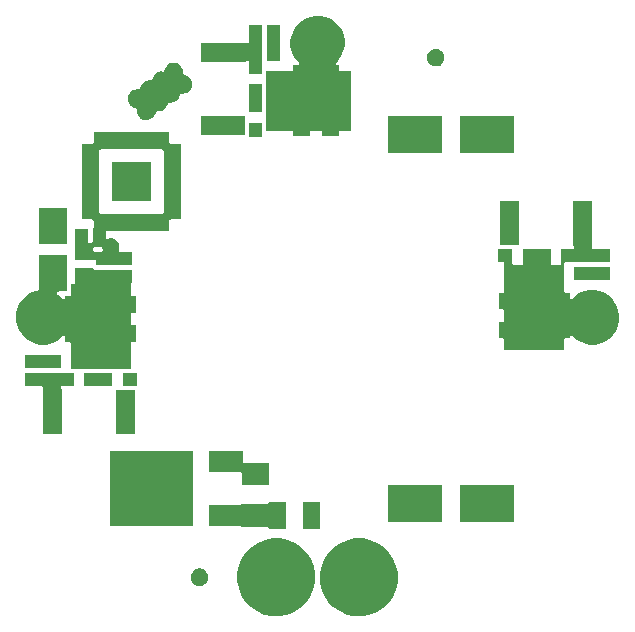
<source format=gbr>
G04 #@! TF.FileFunction,Soldermask,Top*
%FSLAX46Y46*%
G04 Gerber Fmt 4.6, Leading zero omitted, Abs format (unit mm)*
G04 Created by KiCad (PCBNEW 4.0.7) date 03/16/20 11:51:46*
%MOMM*%
%LPD*%
G01*
G04 APERTURE LIST*
%ADD10C,0.100000*%
G04 APERTURE END LIST*
D10*
G36*
X-3153414Y-18702450D02*
X-2519520Y-18832571D01*
X-1922967Y-19083338D01*
X-1386485Y-19445200D01*
X-930507Y-19904373D01*
X-572400Y-20443366D01*
X-325803Y-21041656D01*
X-200317Y-21675406D01*
X-200317Y-21675442D01*
X-200119Y-21676444D01*
X-210439Y-22415568D01*
X-210667Y-22416570D01*
X-210667Y-22416601D01*
X-353799Y-23046600D01*
X-617004Y-23637768D01*
X-990022Y-24166555D01*
X-1458645Y-24612819D01*
X-2005017Y-24959556D01*
X-2608343Y-25193572D01*
X-3245621Y-25305941D01*
X-3892592Y-25292388D01*
X-4524614Y-25153430D01*
X-5117602Y-24894360D01*
X-5648978Y-24525044D01*
X-6098503Y-24059547D01*
X-6449049Y-23515605D01*
X-6687266Y-22913937D01*
X-6804085Y-22277449D01*
X-6795049Y-21630403D01*
X-6660506Y-20997426D01*
X-6405583Y-20402645D01*
X-6039983Y-19868699D01*
X-5577640Y-19415940D01*
X-5036158Y-19061605D01*
X-4436160Y-18819190D01*
X-3800511Y-18697933D01*
X-3153414Y-18702450D01*
X-3153414Y-18702450D01*
G37*
G36*
X3846586Y-18702450D02*
X4480480Y-18832571D01*
X5077033Y-19083338D01*
X5613515Y-19445200D01*
X6069493Y-19904373D01*
X6427600Y-20443366D01*
X6674197Y-21041656D01*
X6799683Y-21675406D01*
X6799683Y-21675442D01*
X6799881Y-21676444D01*
X6789561Y-22415568D01*
X6789333Y-22416570D01*
X6789333Y-22416601D01*
X6646201Y-23046600D01*
X6382996Y-23637768D01*
X6009978Y-24166555D01*
X5541355Y-24612819D01*
X4994983Y-24959556D01*
X4391657Y-25193572D01*
X3754379Y-25305941D01*
X3107408Y-25292388D01*
X2475386Y-25153430D01*
X1882398Y-24894360D01*
X1351022Y-24525044D01*
X901497Y-24059547D01*
X550951Y-23515605D01*
X312734Y-22913937D01*
X195915Y-22277449D01*
X204951Y-21630403D01*
X339494Y-20997426D01*
X594417Y-20402645D01*
X960017Y-19868699D01*
X1422360Y-19415940D01*
X1963842Y-19061605D01*
X2563840Y-18819190D01*
X3199489Y-18697933D01*
X3846586Y-18702450D01*
X3846586Y-18702450D01*
G37*
G36*
X-9921224Y-21250492D02*
X-9777147Y-21280067D01*
X-9641553Y-21337065D01*
X-9519614Y-21419314D01*
X-9415974Y-21523681D01*
X-9334580Y-21646188D01*
X-9278529Y-21782178D01*
X-9250166Y-21925420D01*
X-9250167Y-21925456D01*
X-9249968Y-21926459D01*
X-9252314Y-22094455D01*
X-9252540Y-22095452D01*
X-9252541Y-22095488D01*
X-9284892Y-22237881D01*
X-9344718Y-22372252D01*
X-9429502Y-22492441D01*
X-9536017Y-22593874D01*
X-9660204Y-22672685D01*
X-9797332Y-22725874D01*
X-9942181Y-22751415D01*
X-10089232Y-22748334D01*
X-10232887Y-22716750D01*
X-10367665Y-22657866D01*
X-10488447Y-22573921D01*
X-10590620Y-22468118D01*
X-10670297Y-22344485D01*
X-10724441Y-22207732D01*
X-10750993Y-22063060D01*
X-10748939Y-21915994D01*
X-10718359Y-21772125D01*
X-10660416Y-21636934D01*
X-10577318Y-21515571D01*
X-10472231Y-21412663D01*
X-10349158Y-21332126D01*
X-10212782Y-21277027D01*
X-10068303Y-21249466D01*
X-9921224Y-21250492D01*
X-9921224Y-21250492D01*
G37*
G36*
X250000Y-17900000D02*
X-1250000Y-17900000D01*
X-1250000Y-15600000D01*
X250000Y-15600000D01*
X250000Y-17900000D01*
X250000Y-17900000D01*
G37*
G36*
X-2650000Y-17900000D02*
X-4150000Y-17900000D01*
X-4150000Y-17850000D01*
X-4155939Y-17808211D01*
X-4173284Y-17769731D01*
X-4200663Y-17737607D01*
X-4235908Y-17714382D01*
X-4276228Y-17701896D01*
X-4300000Y-17700000D01*
X-6440101Y-17700000D01*
X-6450663Y-17687607D01*
X-6485908Y-17664382D01*
X-6526228Y-17651896D01*
X-6550000Y-17650000D01*
X-9150000Y-17650000D01*
X-9150000Y-15850000D01*
X-6550000Y-15850000D01*
X-6508211Y-15844061D01*
X-6469731Y-15826716D01*
X-6438385Y-15800000D01*
X-4300000Y-15800000D01*
X-4258211Y-15794061D01*
X-4219731Y-15776716D01*
X-4187607Y-15749337D01*
X-4164382Y-15714092D01*
X-4151896Y-15673772D01*
X-4150000Y-15650000D01*
X-4150000Y-15600000D01*
X-2650000Y-15600000D01*
X-2650000Y-17900000D01*
X-2650000Y-17900000D01*
G37*
G36*
X-10550000Y-17670000D02*
X-17550000Y-17670000D01*
X-17550000Y-11270000D01*
X-10550000Y-11270000D01*
X-10550000Y-17670000D01*
X-10550000Y-17670000D01*
G37*
G36*
X10550000Y-17300000D02*
X5950000Y-17300000D01*
X5950000Y-14200000D01*
X10550000Y-14200000D01*
X10550000Y-17300000D01*
X10550000Y-17300000D01*
G37*
G36*
X16650000Y-17300000D02*
X12050000Y-17300000D01*
X12050000Y-14200000D01*
X16650000Y-14200000D01*
X16650000Y-17300000D01*
X16650000Y-17300000D01*
G37*
G36*
X-6350000Y-12150000D02*
X-6344061Y-12191789D01*
X-6326716Y-12230269D01*
X-6299337Y-12262393D01*
X-6264092Y-12285618D01*
X-6223772Y-12298104D01*
X-6200000Y-12300000D01*
X-4100000Y-12300000D01*
X-4100000Y-14200000D01*
X-6400000Y-14200000D01*
X-6400000Y-13240000D01*
X-6405939Y-13198211D01*
X-6423284Y-13159731D01*
X-6450663Y-13127607D01*
X-6485908Y-13104382D01*
X-6526228Y-13091896D01*
X-6550000Y-13090000D01*
X-9150000Y-13090000D01*
X-9150000Y-11290000D01*
X-6350000Y-11290000D01*
X-6350000Y-12150000D01*
X-6350000Y-12150000D01*
G37*
G36*
X-21664092Y-4710618D02*
X-21623772Y-4723104D01*
X-21600000Y-4725000D01*
X-20650000Y-4725000D01*
X-20650000Y-5775000D01*
X-21600000Y-5775000D01*
X-21641789Y-5780939D01*
X-21680269Y-5798284D01*
X-21712393Y-5825663D01*
X-21735618Y-5860908D01*
X-21748104Y-5901228D01*
X-21750000Y-5925000D01*
X-21750000Y-5950000D01*
X-21744061Y-5991789D01*
X-21726716Y-6030269D01*
X-21699337Y-6062393D01*
X-21664092Y-6085618D01*
X-21650000Y-6089982D01*
X-21650000Y-9900000D01*
X-23250000Y-9900000D01*
X-23250000Y-5950000D01*
X-23255939Y-5908211D01*
X-23273284Y-5869731D01*
X-23300663Y-5837607D01*
X-23335908Y-5814382D01*
X-23376228Y-5801896D01*
X-23400000Y-5800000D01*
X-24750000Y-5800000D01*
X-24750000Y-4700000D01*
X-21680205Y-4700000D01*
X-21664092Y-4710618D01*
X-21664092Y-4710618D01*
G37*
G36*
X-15450000Y-9900000D02*
X-17050000Y-9900000D01*
X-17050000Y-6100000D01*
X-15450000Y-6100000D01*
X-15450000Y-9900000D01*
X-15450000Y-9900000D01*
G37*
G36*
X-15300000Y-5775000D02*
X-16500000Y-5775000D01*
X-16500000Y-4725000D01*
X-15300000Y-4725000D01*
X-15300000Y-5775000D01*
X-15300000Y-5775000D01*
G37*
G36*
X-17400000Y-5775000D02*
X-19750000Y-5775000D01*
X-19750000Y-4725000D01*
X-17400000Y-4725000D01*
X-17400000Y-5775000D01*
X-17400000Y-5775000D01*
G37*
G36*
X-21200000Y2200000D02*
X-21907300Y2200000D01*
X-21949089Y2194061D01*
X-21987569Y2176716D01*
X-22019693Y2149337D01*
X-22042918Y2114092D01*
X-22055404Y2073772D01*
X-22056163Y2031570D01*
X-22045135Y1990827D01*
X-22023193Y1954770D01*
X-21991179Y1925645D01*
X-21776670Y1780956D01*
X-21601436Y1604495D01*
X-21567776Y1579027D01*
X-21528353Y1563945D01*
X-21486290Y1560443D01*
X-21444916Y1568798D01*
X-21407508Y1588349D01*
X-21377028Y1617547D01*
X-21355889Y1654081D01*
X-21345000Y1710190D01*
X-21345000Y1790000D01*
X-21020000Y1790000D01*
X-20978211Y1795939D01*
X-20939731Y1813284D01*
X-20907607Y1840663D01*
X-20884382Y1875908D01*
X-20871896Y1916228D01*
X-20870000Y1940000D01*
X-20870000Y2795000D01*
X-20650000Y2795000D01*
X-20608211Y2800939D01*
X-20569731Y2818284D01*
X-20537607Y2845663D01*
X-20514382Y2880908D01*
X-20501896Y2921228D01*
X-20500000Y2945000D01*
X-20500000Y4200000D01*
X-19000000Y4200000D01*
X-18994061Y4158211D01*
X-18976716Y4119731D01*
X-18949337Y4087607D01*
X-18914092Y4064382D01*
X-18873772Y4051896D01*
X-18850000Y4050000D01*
X-15750000Y4050000D01*
X-15750000Y2926837D01*
X-15750269Y2926716D01*
X-15782393Y2899337D01*
X-15805618Y2864092D01*
X-15818104Y2823772D01*
X-15820000Y2800000D01*
X-15820000Y1940000D01*
X-15814061Y1898211D01*
X-15796716Y1859731D01*
X-15769337Y1827607D01*
X-15734092Y1804382D01*
X-15693772Y1791896D01*
X-15670000Y1790000D01*
X-15345000Y1790000D01*
X-15345000Y390000D01*
X-15670000Y390000D01*
X-15711789Y384061D01*
X-15750269Y366716D01*
X-15782393Y339337D01*
X-15805618Y304092D01*
X-15818104Y263772D01*
X-15820000Y240000D01*
X-15820000Y-510000D01*
X-15814061Y-551789D01*
X-15796716Y-590269D01*
X-15769337Y-622393D01*
X-15734092Y-645618D01*
X-15693772Y-658104D01*
X-15670000Y-660000D01*
X-15345000Y-660000D01*
X-15345000Y-2060000D01*
X-15670000Y-2060000D01*
X-15711789Y-2065939D01*
X-15750269Y-2083284D01*
X-15782393Y-2110663D01*
X-15805618Y-2145908D01*
X-15818104Y-2186228D01*
X-15820000Y-2210000D01*
X-15820000Y-2400000D01*
X-15815000Y-2435182D01*
X-15815000Y-4400000D01*
X-20875000Y-4400000D01*
X-20875000Y-2433795D01*
X-20871896Y-2423772D01*
X-20870000Y-2400000D01*
X-20870000Y-2210000D01*
X-20875939Y-2168211D01*
X-20893284Y-2129731D01*
X-20920663Y-2097607D01*
X-20955908Y-2074382D01*
X-20996228Y-2061896D01*
X-21020000Y-2060000D01*
X-21345000Y-2060000D01*
X-21345000Y-1712402D01*
X-21350939Y-1670613D01*
X-21368284Y-1632133D01*
X-21395663Y-1600009D01*
X-21430908Y-1576784D01*
X-21471228Y-1564298D01*
X-21513430Y-1563539D01*
X-21554173Y-1574567D01*
X-21598443Y-1603776D01*
X-21826970Y-1821399D01*
X-22207845Y-2063109D01*
X-22628426Y-2226242D01*
X-23072672Y-2304575D01*
X-23523676Y-2295127D01*
X-23964261Y-2198259D01*
X-24377631Y-2017662D01*
X-24748054Y-1760211D01*
X-25061419Y-1435712D01*
X-25305785Y-1056530D01*
X-25471846Y-637107D01*
X-25553281Y-193409D01*
X-25546982Y257646D01*
X-25453192Y698896D01*
X-25275485Y1113518D01*
X-25020627Y1485729D01*
X-24698322Y1801353D01*
X-24320858Y2048358D01*
X-23902598Y2217347D01*
X-23721893Y2251818D01*
X-23681957Y2265482D01*
X-23647408Y2289731D01*
X-23620984Y2322645D01*
X-23604774Y2361617D01*
X-23600000Y2399161D01*
X-23600000Y5300000D01*
X-21200000Y5300000D01*
X-21200000Y2200000D01*
X-21200000Y2200000D01*
G37*
G36*
X-21750000Y-4300000D02*
X-24750000Y-4300000D01*
X-24750000Y-3200000D01*
X-21750000Y-3200000D01*
X-21750000Y-4300000D01*
X-21750000Y-4300000D01*
G37*
G36*
X23250000Y5950000D02*
X23255939Y5908211D01*
X23273284Y5869731D01*
X23300663Y5837607D01*
X23335908Y5814382D01*
X23376228Y5801896D01*
X23400000Y5800000D01*
X24750000Y5800000D01*
X24750000Y4700000D01*
X21680205Y4700000D01*
X21664092Y4710618D01*
X21623772Y4723104D01*
X21600000Y4725000D01*
X21025000Y4725000D01*
X20983211Y4719061D01*
X20944731Y4701716D01*
X20912607Y4674337D01*
X20889382Y4639092D01*
X20876896Y4598772D01*
X20875000Y4575000D01*
X20875000Y2458795D01*
X20871896Y2448772D01*
X20870000Y2425000D01*
X20870000Y2235000D01*
X20875939Y2193211D01*
X20893284Y2154731D01*
X20920663Y2122607D01*
X20955908Y2099382D01*
X20996228Y2086896D01*
X21020000Y2085000D01*
X21345000Y2085000D01*
X21345000Y1710977D01*
X21350939Y1669188D01*
X21368284Y1630708D01*
X21395663Y1598584D01*
X21430908Y1575359D01*
X21471228Y1562873D01*
X21513430Y1562114D01*
X21554173Y1573142D01*
X21599950Y1603806D01*
X21801678Y1801353D01*
X22179142Y2048358D01*
X22597402Y2217346D01*
X23040514Y2301874D01*
X23491606Y2298725D01*
X23933495Y2208019D01*
X24349349Y2033209D01*
X24723333Y1780953D01*
X25041197Y1460863D01*
X25290834Y1085130D01*
X25462736Y668064D01*
X25550150Y226589D01*
X25550150Y226558D01*
X25550349Y225551D01*
X25543154Y-289693D01*
X25542927Y-290690D01*
X25542927Y-290725D01*
X25443220Y-729586D01*
X25259740Y-1141689D01*
X24999708Y-1510308D01*
X24673030Y-1821399D01*
X24292155Y-2063109D01*
X23871574Y-2226242D01*
X23427328Y-2304575D01*
X22976324Y-2295127D01*
X22535739Y-2198259D01*
X22122369Y-2017662D01*
X21751946Y-1760211D01*
X21602901Y-1605870D01*
X21569600Y-1579935D01*
X21530392Y-1564304D01*
X21488382Y-1560215D01*
X21446896Y-1567992D01*
X21409218Y-1587018D01*
X21378333Y-1615788D01*
X21356686Y-1652023D01*
X21345000Y-1710069D01*
X21345000Y-1765000D01*
X21020000Y-1765000D01*
X20978211Y-1770939D01*
X20939731Y-1788284D01*
X20907607Y-1815663D01*
X20884382Y-1850908D01*
X20871896Y-1891228D01*
X20870000Y-1915000D01*
X20870000Y-2770000D01*
X19745000Y-2770000D01*
X19709818Y-2775000D01*
X16978795Y-2775000D01*
X16968772Y-2771896D01*
X16945000Y-2770000D01*
X15820000Y-2770000D01*
X15820000Y-1915000D01*
X15814061Y-1873211D01*
X15796716Y-1834731D01*
X15769337Y-1802607D01*
X15734092Y-1779382D01*
X15693772Y-1766896D01*
X15670000Y-1765000D01*
X15345000Y-1765000D01*
X15345000Y-365000D01*
X15670000Y-365000D01*
X15711789Y-359061D01*
X15750269Y-341716D01*
X15782393Y-314337D01*
X15805618Y-279092D01*
X15818104Y-238772D01*
X15820000Y-215000D01*
X15820000Y535000D01*
X15814061Y576789D01*
X15796716Y615269D01*
X15769337Y647393D01*
X15734092Y670618D01*
X15693772Y683104D01*
X15670000Y685000D01*
X15345000Y685000D01*
X15345000Y2085000D01*
X15670000Y2085000D01*
X15711789Y2090939D01*
X15750269Y2108284D01*
X15782393Y2135663D01*
X15805618Y2170908D01*
X15818104Y2211228D01*
X15820000Y2235000D01*
X15820000Y2425000D01*
X15815000Y2460182D01*
X15815000Y4575000D01*
X15809061Y4616789D01*
X15791716Y4655269D01*
X15764337Y4687393D01*
X15729092Y4710618D01*
X15688772Y4723104D01*
X15665000Y4725000D01*
X15300000Y4725000D01*
X15300000Y5775000D01*
X16500000Y5775000D01*
X16500000Y4575000D01*
X16505939Y4533211D01*
X16523284Y4494731D01*
X16550663Y4462607D01*
X16585908Y4439382D01*
X16626228Y4426896D01*
X16650000Y4425000D01*
X17250000Y4425000D01*
X17291789Y4430939D01*
X17330269Y4448284D01*
X17362393Y4475663D01*
X17385618Y4510908D01*
X17398104Y4551228D01*
X17400000Y4575000D01*
X17400000Y5775000D01*
X19750000Y5775000D01*
X19750000Y4575000D01*
X19755939Y4533211D01*
X19773284Y4494731D01*
X19800663Y4462607D01*
X19835908Y4439382D01*
X19876228Y4426896D01*
X19900000Y4425000D01*
X20500000Y4425000D01*
X20541789Y4430939D01*
X20580269Y4448284D01*
X20612393Y4475663D01*
X20635618Y4510908D01*
X20648104Y4551228D01*
X20650000Y4575000D01*
X20650000Y5775000D01*
X21600000Y5775000D01*
X21641789Y5780939D01*
X21680269Y5798284D01*
X21712393Y5825663D01*
X21735618Y5860908D01*
X21748104Y5901228D01*
X21750000Y5925000D01*
X21750000Y5950000D01*
X21744061Y5991789D01*
X21726716Y6030269D01*
X21699337Y6062393D01*
X21664092Y6085618D01*
X21650000Y6089982D01*
X21650000Y9900000D01*
X23250000Y9900000D01*
X23250000Y5950000D01*
X23250000Y5950000D01*
G37*
G36*
X24750000Y3200000D02*
X21750000Y3200000D01*
X21750000Y4300000D01*
X24750000Y4300000D01*
X24750000Y3200000D01*
X24750000Y3200000D01*
G37*
G36*
X-12550000Y14850000D02*
X-12544061Y14808211D01*
X-12526716Y14769731D01*
X-12499337Y14737607D01*
X-12464092Y14714382D01*
X-12423772Y14701896D01*
X-12400000Y14700000D01*
X-11575000Y14700000D01*
X-11575000Y8300000D01*
X-12400000Y8300000D01*
X-12441789Y8294061D01*
X-12480269Y8276716D01*
X-12512393Y8249337D01*
X-12535618Y8214092D01*
X-12548104Y8173772D01*
X-12550000Y8150000D01*
X-12550000Y7325000D01*
X-17800000Y7325000D01*
X-17841789Y7319061D01*
X-17880269Y7301716D01*
X-17912393Y7274337D01*
X-17935618Y7239092D01*
X-17948104Y7198772D01*
X-17950000Y7175000D01*
X-17950000Y6820352D01*
X-17944061Y6778563D01*
X-17926716Y6740083D01*
X-17899337Y6707959D01*
X-17864092Y6684734D01*
X-17823772Y6672248D01*
X-17781570Y6671489D01*
X-17762466Y6675525D01*
X-17644328Y6711192D01*
X-17503508Y6725000D01*
X-17496235Y6725000D01*
X-17492458Y6724974D01*
X-17492436Y6724972D01*
X-17486369Y6724929D01*
X-17345756Y6709157D01*
X-17210884Y6666373D01*
X-17086891Y6598207D01*
X-16978499Y6507256D01*
X-16889838Y6396983D01*
X-16824284Y6271590D01*
X-16784334Y6135851D01*
X-16784325Y6135753D01*
X-16784315Y6135719D01*
X-16771503Y5994940D01*
X-16786278Y5854366D01*
X-16786288Y5854334D01*
X-16786300Y5854219D01*
X-16820358Y5744194D01*
X-16827016Y5702680D01*
X-16821825Y5660791D01*
X-16805170Y5622008D01*
X-16778369Y5589399D01*
X-16743544Y5565549D01*
X-16703454Y5552344D01*
X-16677040Y5550000D01*
X-15750000Y5550000D01*
X-15750000Y4450000D01*
X-18750000Y4450000D01*
X-18750000Y4750000D01*
X-18755939Y4791789D01*
X-18773284Y4830269D01*
X-18800663Y4862393D01*
X-18835908Y4885618D01*
X-18876228Y4898104D01*
X-18900000Y4900000D01*
X-20500000Y4900000D01*
X-20500000Y5850000D01*
X-19000000Y5850000D01*
X-19000000Y5700000D01*
X-18994061Y5658211D01*
X-18976716Y5619731D01*
X-18949337Y5587607D01*
X-18914092Y5564382D01*
X-18873772Y5551896D01*
X-18850000Y5550000D01*
X-18323696Y5550000D01*
X-18281907Y5555939D01*
X-18243427Y5573284D01*
X-18211303Y5600663D01*
X-18188078Y5635908D01*
X-18175592Y5676228D01*
X-18174833Y5718430D01*
X-18179751Y5742120D01*
X-18215666Y5864149D01*
X-18215675Y5864248D01*
X-18216191Y5866001D01*
X-18225323Y5904670D01*
X-18246083Y5941420D01*
X-18276261Y5970932D01*
X-18313465Y5990867D01*
X-18365005Y6000000D01*
X-18850000Y6000000D01*
X-18891789Y5994061D01*
X-18930269Y5976716D01*
X-18962393Y5949337D01*
X-18985618Y5914092D01*
X-18998104Y5873772D01*
X-19000000Y5850000D01*
X-20500000Y5850000D01*
X-20505939Y5891789D01*
X-20523284Y5930269D01*
X-20550000Y5961615D01*
X-20550000Y7500000D01*
X-19450000Y7500000D01*
X-19450000Y6450000D01*
X-19444061Y6408211D01*
X-19426716Y6369731D01*
X-19399337Y6337607D01*
X-19364092Y6314382D01*
X-19323772Y6301896D01*
X-19300000Y6300000D01*
X-19200000Y6300000D01*
X-19158211Y6305939D01*
X-19119731Y6323284D01*
X-19087607Y6350663D01*
X-19064382Y6385908D01*
X-19051896Y6426228D01*
X-19050000Y6450000D01*
X-19050000Y7509640D01*
X-19019731Y7523284D01*
X-18987607Y7550663D01*
X-18964382Y7585908D01*
X-18951896Y7626228D01*
X-18950000Y7650000D01*
X-18950000Y8150000D01*
X-18955939Y8191789D01*
X-18973284Y8230269D01*
X-19000663Y8262393D01*
X-19035908Y8285618D01*
X-19076228Y8298104D01*
X-19100000Y8300000D01*
X-19925000Y8300000D01*
X-19925000Y14075000D01*
X-18475000Y14075000D01*
X-18475000Y8925000D01*
X-18469061Y8883211D01*
X-18451716Y8844731D01*
X-18424337Y8812607D01*
X-18389092Y8789382D01*
X-18348772Y8776896D01*
X-18325000Y8775000D01*
X-13175000Y8775000D01*
X-13133211Y8780939D01*
X-13094731Y8798284D01*
X-13062607Y8825663D01*
X-13039382Y8860908D01*
X-13026896Y8901228D01*
X-13025000Y8925000D01*
X-13025000Y14075000D01*
X-13030939Y14116789D01*
X-13048284Y14155269D01*
X-13075663Y14187393D01*
X-13110908Y14210618D01*
X-13151228Y14223104D01*
X-13175000Y14225000D01*
X-18325000Y14225000D01*
X-18366789Y14219061D01*
X-18405269Y14201716D01*
X-18437393Y14174337D01*
X-18460618Y14139092D01*
X-18473104Y14098772D01*
X-18475000Y14075000D01*
X-19925000Y14075000D01*
X-19925000Y14700000D01*
X-19100000Y14700000D01*
X-19058211Y14705939D01*
X-19019731Y14723284D01*
X-18987607Y14750663D01*
X-18964382Y14785908D01*
X-18951896Y14826228D01*
X-18950000Y14850000D01*
X-18950000Y15675000D01*
X-12550000Y15675000D01*
X-12550000Y14850000D01*
X-12550000Y14850000D01*
G37*
G36*
X-14100000Y9850000D02*
X-17400000Y9850000D01*
X-17400000Y13150000D01*
X-14100000Y13150000D01*
X-14100000Y9850000D01*
X-14100000Y9850000D01*
G37*
G36*
X17050000Y6100000D02*
X15450000Y6100000D01*
X15450000Y9900000D01*
X17050000Y9900000D01*
X17050000Y6100000D01*
X17050000Y6100000D01*
G37*
G36*
X-21200000Y6200000D02*
X-23600000Y6200000D01*
X-23600000Y9300000D01*
X-21200000Y9300000D01*
X-21200000Y6200000D01*
X-21200000Y6200000D01*
G37*
G36*
X16650000Y13950000D02*
X12050000Y13950000D01*
X12050000Y17050000D01*
X16650000Y17050000D01*
X16650000Y13950000D01*
X16650000Y13950000D01*
G37*
G36*
X10550000Y13950000D02*
X5950000Y13950000D01*
X5950000Y17050000D01*
X10550000Y17050000D01*
X10550000Y13950000D01*
X10550000Y13950000D01*
G37*
G36*
X-4725000Y15300000D02*
X-5775000Y15300000D01*
X-5775000Y16500000D01*
X-4725000Y16500000D01*
X-4725000Y15300000D01*
X-4725000Y15300000D01*
G37*
G36*
X241606Y25548725D02*
X683495Y25458019D01*
X1099349Y25283209D01*
X1473333Y25030953D01*
X1791197Y24710863D01*
X2040834Y24335130D01*
X2212736Y23918064D01*
X2300150Y23476589D01*
X2300150Y23476558D01*
X2300349Y23475551D01*
X2293154Y22960307D01*
X2292927Y22959310D01*
X2292927Y22959275D01*
X2193220Y22520414D01*
X2009740Y22108311D01*
X1749708Y21739692D01*
X1606824Y21603626D01*
X1580657Y21570507D01*
X1564753Y21531409D01*
X1560371Y21489428D01*
X1567857Y21447889D01*
X1586620Y21410079D01*
X1615174Y21378994D01*
X1651257Y21357095D01*
X1710267Y21345000D01*
X1790000Y21345000D01*
X1790000Y21020000D01*
X1795939Y20978211D01*
X1813284Y20939731D01*
X1840663Y20907607D01*
X1875908Y20884382D01*
X1916228Y20871896D01*
X1940000Y20870000D01*
X2795000Y20870000D01*
X2795000Y19745000D01*
X2800000Y19709818D01*
X2800000Y16978795D01*
X2796896Y16968772D01*
X2795000Y16945000D01*
X2795000Y15820000D01*
X1940000Y15820000D01*
X1898211Y15814061D01*
X1859731Y15796716D01*
X1827607Y15769337D01*
X1804382Y15734092D01*
X1791896Y15693772D01*
X1790000Y15670000D01*
X1790000Y15345000D01*
X390000Y15345000D01*
X390000Y15670000D01*
X384061Y15711789D01*
X366716Y15750269D01*
X339337Y15782393D01*
X304092Y15805618D01*
X263772Y15818104D01*
X240000Y15820000D01*
X-510000Y15820000D01*
X-551789Y15814061D01*
X-590269Y15796716D01*
X-622393Y15769337D01*
X-645618Y15734092D01*
X-658104Y15693772D01*
X-660000Y15670000D01*
X-660000Y15345000D01*
X-2060000Y15345000D01*
X-2060000Y15670000D01*
X-2065939Y15711789D01*
X-2083284Y15750269D01*
X-2110663Y15782393D01*
X-2145908Y15805618D01*
X-2186228Y15818104D01*
X-2210000Y15820000D01*
X-2400000Y15820000D01*
X-2435182Y15815000D01*
X-4400000Y15815000D01*
X-4400000Y20875000D01*
X-2433795Y20875000D01*
X-2423772Y20871896D01*
X-2400000Y20870000D01*
X-2210000Y20870000D01*
X-2168211Y20875939D01*
X-2129731Y20893284D01*
X-2097607Y20920663D01*
X-2074382Y20955908D01*
X-2061896Y20996228D01*
X-2060000Y21020000D01*
X-2060000Y21345000D01*
X-1711611Y21345000D01*
X-1669822Y21350939D01*
X-1631342Y21368284D01*
X-1599218Y21395663D01*
X-1575993Y21430908D01*
X-1563507Y21471228D01*
X-1562748Y21513430D01*
X-1573776Y21554173D01*
X-1603710Y21599199D01*
X-1811419Y21814288D01*
X-2055785Y22193470D01*
X-2221846Y22612893D01*
X-2303281Y23056591D01*
X-2296982Y23507646D01*
X-2203192Y23948896D01*
X-2025485Y24363518D01*
X-1770627Y24735729D01*
X-1448322Y25051353D01*
X-1070858Y25298358D01*
X-652598Y25467346D01*
X-209486Y25551874D01*
X241606Y25548725D01*
X241606Y25548725D01*
G37*
G36*
X-6100000Y15450000D02*
X-9900000Y15450000D01*
X-9900000Y17050000D01*
X-6100000Y17050000D01*
X-6100000Y15450000D01*
X-6100000Y15450000D01*
G37*
G36*
X-12052618Y21568312D02*
X-11901531Y21528942D01*
X-11760968Y21460976D01*
X-11636283Y21367002D01*
X-11532226Y21250600D01*
X-11527654Y21244352D01*
X-11527576Y21244244D01*
X-11527522Y21244170D01*
X-11524699Y21240256D01*
X-11524692Y21240244D01*
X-11521121Y21235291D01*
X-11443539Y21099799D01*
X-11393752Y20951816D01*
X-11373656Y20796982D01*
X-11380878Y20688398D01*
X-11377856Y20648065D01*
X-11363101Y20608519D01*
X-11337913Y20574650D01*
X-11304286Y20549139D01*
X-11261502Y20533271D01*
X-11187766Y20518135D01*
X-11043142Y20457340D01*
X-10913070Y20369606D01*
X-10802520Y20258281D01*
X-10715699Y20127605D01*
X-10655913Y19982554D01*
X-10625645Y19829690D01*
X-10625645Y19829654D01*
X-10625447Y19828652D01*
X-10627949Y19649456D01*
X-10628176Y19648459D01*
X-10628176Y19648424D01*
X-10662700Y19496468D01*
X-10726514Y19353140D01*
X-10816953Y19224935D01*
X-10930563Y19116744D01*
X-11063028Y19032680D01*
X-11209305Y18975943D01*
X-11363808Y18948699D01*
X-11517751Y18951924D01*
X-11559656Y18946862D01*
X-11598490Y18930326D01*
X-11631181Y18903626D01*
X-11655139Y18868875D01*
X-11665245Y18842199D01*
X-11699212Y18715476D01*
X-11768158Y18575391D01*
X-11863000Y18451365D01*
X-11863059Y18451313D01*
X-11863079Y18451287D01*
X-11980094Y18348136D01*
X-12114917Y18269677D01*
X-12114965Y18269661D01*
X-12115074Y18269597D01*
X-12262705Y18218778D01*
X-12417395Y18197602D01*
X-12537064Y18204723D01*
X-12578041Y18201365D01*
X-12617482Y18186334D01*
X-12651175Y18160910D01*
X-12676451Y18127106D01*
X-12689292Y18095085D01*
X-12724051Y17965407D01*
X-12792997Y17825322D01*
X-12887839Y17701296D01*
X-12887898Y17701244D01*
X-12887918Y17701218D01*
X-13004933Y17598067D01*
X-13139756Y17519608D01*
X-13139804Y17519592D01*
X-13139913Y17519528D01*
X-13287544Y17468709D01*
X-13442234Y17447533D01*
X-13561903Y17454654D01*
X-13602881Y17451296D01*
X-13642322Y17436265D01*
X-13676015Y17410841D01*
X-13701291Y17377037D01*
X-13714132Y17345015D01*
X-13748891Y17215337D01*
X-13817837Y17075252D01*
X-13912679Y16951226D01*
X-13912738Y16951174D01*
X-13912758Y16951148D01*
X-14029773Y16847997D01*
X-14164596Y16769538D01*
X-14164644Y16769522D01*
X-14164753Y16769458D01*
X-14312384Y16718639D01*
X-14467074Y16697463D01*
X-14622932Y16706737D01*
X-14774019Y16746106D01*
X-14914582Y16814072D01*
X-15039267Y16908047D01*
X-15143324Y17024448D01*
X-15147896Y17030696D01*
X-15148041Y17030894D01*
X-15150849Y17034787D01*
X-15150862Y17034810D01*
X-15154429Y17039757D01*
X-15232011Y17175250D01*
X-15281798Y17323232D01*
X-15301894Y17478066D01*
X-15294675Y17586603D01*
X-15297697Y17626933D01*
X-15312452Y17666479D01*
X-15337640Y17700349D01*
X-15371267Y17725860D01*
X-15412002Y17741293D01*
X-15498483Y17760307D01*
X-15642249Y17823117D01*
X-15771076Y17912655D01*
X-15880063Y18025514D01*
X-15965052Y18157391D01*
X-16022806Y18303259D01*
X-16051128Y18457575D01*
X-16048937Y18614446D01*
X-16016317Y18767910D01*
X-15954514Y18912110D01*
X-15865877Y19041560D01*
X-15753780Y19151334D01*
X-15622504Y19237238D01*
X-15477034Y19296011D01*
X-15322926Y19325409D01*
X-15155397Y19324240D01*
X-15113568Y19329886D01*
X-15074967Y19346963D01*
X-15042653Y19374117D01*
X-15019183Y19409199D01*
X-15010029Y19433880D01*
X-14976338Y19559572D01*
X-14907392Y19699658D01*
X-14812550Y19823683D01*
X-14812487Y19823739D01*
X-14812472Y19823758D01*
X-14695454Y19926912D01*
X-14560628Y20005372D01*
X-14560588Y20005386D01*
X-14560476Y20005451D01*
X-14412845Y20056270D01*
X-14258155Y20077446D01*
X-14138474Y20070325D01*
X-14097511Y20073682D01*
X-14058069Y20088712D01*
X-14024375Y20114136D01*
X-13999099Y20147940D01*
X-13986259Y20179960D01*
X-13951499Y20309641D01*
X-13882553Y20449727D01*
X-13787711Y20573752D01*
X-13787648Y20573808D01*
X-13787633Y20573827D01*
X-13670615Y20676981D01*
X-13535789Y20755441D01*
X-13535749Y20755455D01*
X-13535637Y20755520D01*
X-13388006Y20806339D01*
X-13233316Y20827515D01*
X-13113635Y20820394D01*
X-13072670Y20823751D01*
X-13033228Y20838781D01*
X-12999535Y20864205D01*
X-12974259Y20898009D01*
X-12961420Y20930027D01*
X-12926659Y21059711D01*
X-12857713Y21199797D01*
X-12762871Y21323822D01*
X-12762808Y21323878D01*
X-12762793Y21323897D01*
X-12645775Y21427051D01*
X-12510949Y21505511D01*
X-12510909Y21505525D01*
X-12510797Y21505590D01*
X-12363166Y21556409D01*
X-12208476Y21577585D01*
X-12052618Y21568312D01*
X-12052618Y21568312D01*
G37*
G36*
X-4725000Y17400000D02*
X-5775000Y17400000D01*
X-5775000Y19750000D01*
X-4725000Y19750000D01*
X-4725000Y17400000D01*
X-4725000Y17400000D01*
G37*
G36*
X-4700000Y21680205D02*
X-4710618Y21664092D01*
X-4723104Y21623772D01*
X-4725000Y21600000D01*
X-4725000Y20650000D01*
X-5775000Y20650000D01*
X-5775000Y21600000D01*
X-5780939Y21641789D01*
X-5798284Y21680269D01*
X-5825663Y21712393D01*
X-5860908Y21735618D01*
X-5901228Y21748104D01*
X-5925000Y21750000D01*
X-5950000Y21750000D01*
X-5991789Y21744061D01*
X-6030269Y21726716D01*
X-6062393Y21699337D01*
X-6085618Y21664092D01*
X-6089982Y21650000D01*
X-9900000Y21650000D01*
X-9900000Y23250000D01*
X-5950000Y23250000D01*
X-5908211Y23255939D01*
X-5869731Y23273284D01*
X-5837607Y23300663D01*
X-5814382Y23335908D01*
X-5801896Y23376228D01*
X-5800000Y23400000D01*
X-5800000Y24750000D01*
X-4700000Y24750000D01*
X-4700000Y21680205D01*
X-4700000Y21680205D01*
G37*
G36*
X10078776Y22749508D02*
X10222853Y22719933D01*
X10358447Y22662935D01*
X10480386Y22580686D01*
X10584026Y22476319D01*
X10665420Y22353812D01*
X10721471Y22217822D01*
X10749834Y22074580D01*
X10749833Y22074544D01*
X10750032Y22073541D01*
X10747686Y21905545D01*
X10747460Y21904548D01*
X10747459Y21904512D01*
X10715108Y21762119D01*
X10655282Y21627748D01*
X10570498Y21507559D01*
X10463983Y21406126D01*
X10339796Y21327315D01*
X10202668Y21274126D01*
X10057819Y21248585D01*
X9910768Y21251666D01*
X9767113Y21283250D01*
X9632335Y21342134D01*
X9511553Y21426079D01*
X9409380Y21531882D01*
X9329703Y21655515D01*
X9275559Y21792268D01*
X9249007Y21936940D01*
X9251061Y22084006D01*
X9281641Y22227875D01*
X9339584Y22363066D01*
X9422682Y22484429D01*
X9527769Y22587337D01*
X9650842Y22667874D01*
X9787218Y22722973D01*
X9931697Y22750534D01*
X10078776Y22749508D01*
X10078776Y22749508D01*
G37*
G36*
X-3200000Y21750000D02*
X-4300000Y21750000D01*
X-4300000Y24750000D01*
X-3200000Y24750000D01*
X-3200000Y21750000D01*
X-3200000Y21750000D01*
G37*
M02*

</source>
